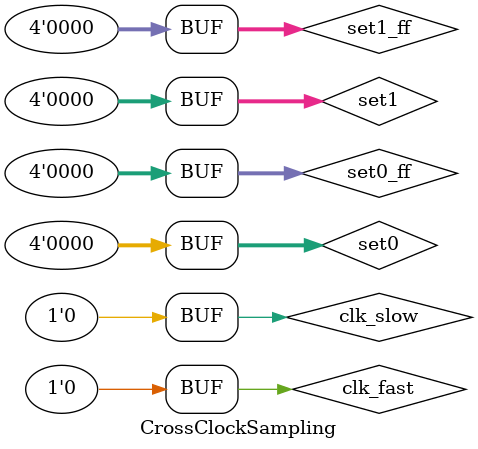
<source format=sv>
module CrossClockSampling();

	////////////////////////////////////////////////////////////////////////////////////////////////////////////////////
	// Clock synthesis

	logic clk_fast = 0;
	logic clk_slow = 0;

	always begin
		#0.8;
		clk_fast = 1;
		#0.8;
		clk_fast = 0;
	end

	always begin
		#1.6;
		clk_slow = 1;
		#1.6;
		clk_slow = 0;

	end

	////////////////////////////////////////////////////////////////////////////////////////////////////////////////////
	// Toggle FF in fast clock domain, then sample in slow

	logic toggle = 0;
	logic toggle2 = 0;

	always_ff @(posedge clk_fast) begin
		toggle <= !toggle;
		if(toggle)
			toggle2	<= !toggle2;
	end

	logic toggle_slow		= 0;
	logic toggle_slow_ff	= 0;
	always_ff @(posedge clk_slow) begin
		toggle_slow		<= toggle;
		toggle_slow_ff	<= toggle_slow;
	end

	////////////////////////////////////////////////////////////////////////////////////////////////////////////////////
	// Write data to two register sets in fast clock domain

	logic[3:0] set0 	= 0;
	logic[3:0] set0_ff	= 0;

	logic[3:0] set1 	= 0;
	logic[3:0] set1_ff	= 0;

	always_ff @(posedge clk_fast) begin

		if(toggle2) begin

		end

	end

endmodule

</source>
